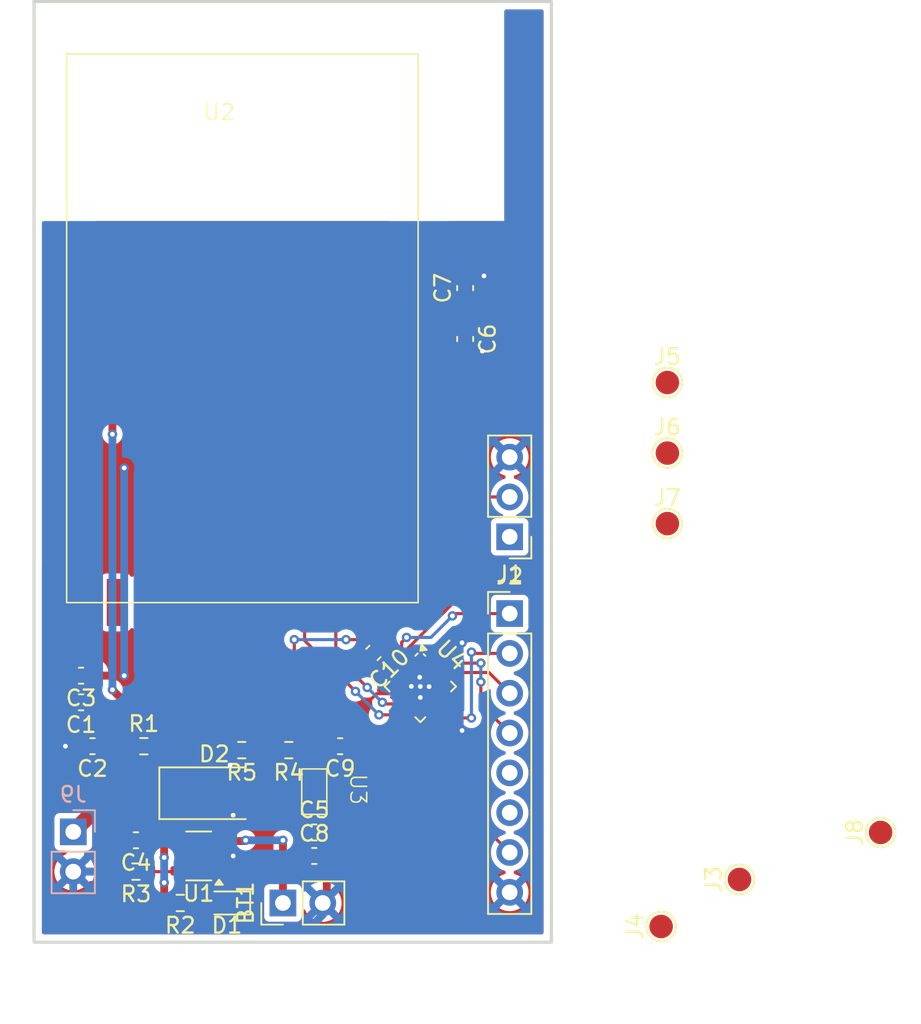
<source format=kicad_pcb>
(kicad_pcb (version 20241229) (generator "pcbnew") (generator_version "9.0")
  (layers (0 "F.Cu" signal) (2 "B.Cu" signal) (13 "F.Paste" user) (15 "B.Paste" user) (5 "F.SilkS" user "F.Silkscreen") (7 "B.SilkS" user "B.Silkscreen") (1 "F.Mask" user) (3 "B.Mask" user) (25 "Edge.Cuts" user))
  (net 0 "")
  (net 1 "GND")
  (net 2 "V_Batt")
  (net 3 "VDD_3V3")
  (net 4 "Net-(U2-HW_RST_N)")
  (net 5 "5V")
  (net 6 "Net-(U2-VA18)")
  (net 7 "Net-(U2-VDD12)")
  (net 8 "Net-(U4-PA2)")
  (net 9 "Net-(D1-A)")
  (net 10 "Net-(D1-K)")
  (net 11 "SWIO")
  (net 12 "nRST")
  (net 13 "FSR2_ADC")
  (net 14 "FSR3_ADC")
  (net 15 "FSR7_ADC")
  (net 16 "FSR1_ADC")
  (net 17 "FSR5_ADC")
  (net 18 "FSR4_ADC")
  (net 19 "FSR6_ADC")
  (net 20 "Spare_1")
  (net 21 "Spare_2")
  (net 22 "Spare_3")
  (net 23 "Spare_4")
  (net 24 "Spare_5")
  (net 25 "Spare_6")
  (net 26 "Net-(U1-PROG)")
  (net 27 "UART_TX")
  (net 34 "UART_RX")
  (footprint "TestPoint:TestPoint_Pad_D1.5mm" (layer "F.Cu") (at 195 126 90)
    (property "Reference" "J3" (at 0 -1.648 90) (layer "F.SilkS"))
    (property "Value" "Conn_01x01_Pin")
    (fp_circle (center 0 0) (end 0 0.95) (stroke (width 0.12)) (fill no) (layer "F.SilkS"))
    (pad "1" smd circle (at 0 0 90) (size 1.5 1.5) (layers "F.Cu" "F.Mask") (net 20 "Spare_1"))
  )
  (footprint "Capacitor_SMD:C_0603_1608Metric" (layer "F.Cu") (at 153 113 180)
    (property "Reference" "C3" (at 0 -1.43 0) (layer "F.SilkS"))
    (property "Value" "1uF")
    (fp_line (start -0.14058 0.51) (end 0.14058 0.51) (stroke (width 0.12)) (layer "F.SilkS"))
    (fp_line (start -0.14058 -0.51) (end 0.14058 -0.51) (stroke (width 0.12)) (layer "F.SilkS"))
    (pad "1" smd roundrect (at -0.775 0 180) (size 0.9 0.95) (layers "F.Cu" "F.Mask" "F.Paste") (net 3 "VDD_3V3"))
    (pad "2" smd roundrect (at 0.775 0 180) (size 0.9 0.95) (layers "F.Cu" "F.Mask" "F.Paste") (net 1 "GND"))
  )
  (footprint "TestPoint:TestPoint_Pad_D1.5mm" (layer "F.Cu") (at 204 123 90)
    (property "Reference" "J8" (at 0 -1.648 90) (layer "F.SilkS"))
    (property "Value" "Conn_01x01_Pin")
    (fp_circle (center 0 0) (end 0 0.95) (stroke (width 0.12)) (fill no) (layer "F.SilkS"))
    (pad "1" smd circle (at 0 0 90) (size 1.5 1.5) (layers "F.Cu" "F.Mask") (net 25 "Spare_6"))
  )
  (footprint "Capacitor_SMD:C_0603_1608Metric" (layer "F.Cu") (at 169.525 117.5 180)
    (property "Reference" "C9" (at 0 -1.43 0) (layer "F.SilkS"))
    (property "Value" "1.0uF")
    (fp_line (start -0.14058 0.51) (end 0.14058 0.51) (stroke (width 0.12)) (layer "F.SilkS"))
    (fp_line (start -0.14058 -0.51) (end 0.14058 -0.51) (stroke (width 0.12)) (layer "F.SilkS"))
    (pad "1" smd roundrect (at -0.775 0 180) (size 0.9 0.95) (layers "F.Cu" "F.Mask" "F.Paste") (net 3 "VDD_3V3"))
    (pad "2" smd roundrect (at 0.775 0 180) (size 0.9 0.95) (layers "F.Cu" "F.Mask" "F.Paste") (net 1 "GND"))
  )
  (footprint "Capacitor_SMD:C_0603_1608Metric" (layer "F.Cu") (at 153 114.7 180)
    (property "Reference" "C1" (at 0 -1.43 0) (layer "F.SilkS"))
    (property "Value" "100nF")
    (fp_line (start -0.14058 0.51) (end 0.14058 0.51) (stroke (width 0.12)) (layer "F.SilkS"))
    (fp_line (start -0.14058 -0.51) (end 0.14058 -0.51) (stroke (width 0.12)) (layer "F.SilkS"))
    (pad "1" smd roundrect (at -0.775 0 180) (size 0.9 0.95) (layers "F.Cu" "F.Mask" "F.Paste") (net 3 "VDD_3V3"))
    (pad "2" smd roundrect (at 0.775 0 180) (size 0.9 0.95) (layers "F.Cu" "F.Mask" "F.Paste") (net 1 "GND"))
  )
  (footprint "Resistor_SMD:R_0603_1608Metric" (layer "F.Cu") (at 159.325 127.5 180)
    (property "Reference" "R2" (at 0 -1.43 0) (layer "F.SilkS"))
    (property "Value" "470")
    (fp_line (start -0.237258 0.5225) (end 0.237258 0.5225) (stroke (width 0.12)) (layer "F.SilkS"))
    (fp_line (start -0.237258 -0.5225) (end 0.237258 -0.5225) (stroke (width 0.12)) (layer "F.SilkS"))
    (pad "1" smd roundrect (at -0.825 0 180) (size 0.8 0.95) (layers "F.Cu" "F.Mask" "F.Paste") (net 9 "Net-(D1-A)"))
    (pad "2" smd roundrect (at 0.825 0 180) (size 0.8 0.95) (layers "F.Cu" "F.Mask" "F.Paste") (net 5 "5V"))
  )
  (footprint "Resistor_SMD:R_0603_1608Metric" (layer "F.Cu") (at 157 117.5)
    (property "Reference" "R1" (at 0 -1.43 0) (layer "F.SilkS"))
    (property "Value" "10k")
    (fp_line (start -0.237258 -0.5225) (end 0.237258 -0.5225) (stroke (width 0.12)) (layer "F.SilkS"))
    (fp_line (start -0.237258 0.5225) (end 0.237258 0.5225) (stroke (width 0.12)) (layer "F.SilkS"))
    (pad "1" smd roundrect (at -0.825 0) (size 0.8 0.95) (layers "F.Cu" "F.Mask" "F.Paste") (net 4 "Net-(U2-HW_RST_N)"))
    (pad "2" smd roundrect (at 0.825 0) (size 0.8 0.95) (layers "F.Cu" "F.Mask" "F.Paste") (net 3 "VDD_3V3"))
  )
  (footprint "Capacitor_SMD:C_0603_1608Metric" (layer "F.Cu") (at 171.648008 111.551992 -135)
    (property "Reference" "C10" (at 0 -1.43 45) (layer "F.SilkS"))
    (property "Value" "0.1uF")
    (fp_line (start -0.140581 0.51) (end 0.140581 0.51) (stroke (width 0.12)) (layer "F.SilkS"))
    (fp_line (start -0.140581 -0.51) (end 0.140581 -0.51) (stroke (width 0.12)) (layer "F.SilkS"))
    (pad "1" smd roundrect (at -0.775 0 225) (size 0.9 0.95) (layers "F.Cu" "F.Mask" "F.Paste") (net 8 "Net-(U4-PA2)"))
    (pad "2" smd roundrect (at 0.775 0 225) (size 0.9 0.95) (layers "F.Cu" "F.Mask" "F.Paste") (net 1 "GND"))
  )
  (footprint "TestPoint:TestPoint_Pad_D1.5mm" (layer "F.Cu") (at 190.4 98.8)
    (property "Reference" "J6" (at 0 -1.648 0) (layer "F.SilkS"))
    (property "Value" "Conn_01x01_Pin")
    (fp_circle (center 0 0) (end 0 0.95) (stroke (width 0.12)) (fill no) (layer "F.SilkS"))
    (pad "1" smd circle (at 0 0) (size 1.5 1.5) (layers "F.Cu" "F.Mask") (net 23 "Spare_4"))
  )
  (footprint "Resistor_SMD:R_0603_1608Metric" (layer "F.Cu") (at 163.25 117.75 180)
    (property "Reference" "R5" (at 0 -1.43 0) (layer "F.SilkS"))
    (property "Value" "100k")
    (fp_line (start -0.237258 0.5225) (end 0.237258 0.5225) (stroke (width 0.12)) (layer "F.SilkS"))
    (fp_line (start -0.237258 -0.5225) (end 0.237258 -0.5225) (stroke (width 0.12)) (layer "F.SilkS"))
    (pad "1" smd roundrect (at -0.825 0 180) (size 0.8 0.95) (layers "F.Cu" "F.Mask" "F.Paste") (net 8 "Net-(U4-PA2)"))
    (pad "2" smd roundrect (at 0.825 0 180) (size 0.8 0.95) (layers "F.Cu" "F.Mask" "F.Paste") (net 1 "GND"))
  )
  (footprint "Capacitor_SMD:C_0603_1608Metric" (layer "F.Cu") (at 153.725 117.5 180)
    (property "Reference" "C2" (at 0 -1.43 0) (layer "F.SilkS"))
    (property "Value" "100nF")
    (fp_line (start -0.14058 0.51) (end 0.14058 0.51) (stroke (width 0.12)) (layer "F.SilkS"))
    (fp_line (start -0.14058 -0.51) (end 0.14058 -0.51) (stroke (width 0.12)) (layer "F.SilkS"))
    (pad "1" smd roundrect (at -0.775 0 180) (size 0.9 0.95) (layers "F.Cu" "F.Mask" "F.Paste") (net 4 "Net-(U2-HW_RST_N)"))
    (pad "2" smd roundrect (at 0.775 0 180) (size 0.9 0.95) (layers "F.Cu" "F.Mask" "F.Paste") (net 1 "GND"))
  )
  (footprint "Connector_PinHeader_2.54mm:PinHeader_1x02_P2.54mm_Vertical" (layer "F.Cu") (at 165.875 127.5 90)
    (property "Reference" "BT1" (at 0 -2.38 90) (layer "F.SilkS"))
    (property "Value" "Battery_Cell")
    (fp_line (start -1.38 -1.38) (end 0 -1.38) (stroke (width 0.12)) (layer "F.SilkS"))
    (fp_line (start -1.38 0) (end -1.38 -1.38) (stroke (width 0.12)) (layer "F.SilkS"))
    (fp_line (start 1.38 1.27) (end 1.38 3.92) (stroke (width 0.12)) (layer "F.SilkS"))
    (fp_line (start -1.38 1.27) (end 1.38 1.27) (stroke (width 0.12)) (layer "F.SilkS"))
    (fp_line (start -1.38 1.27) (end -1.38 3.92) (stroke (width 0.12)) (layer "F.SilkS"))
    (fp_line (start -1.38 3.92) (end 1.38 3.92) (stroke (width 0.12)) (layer "F.SilkS"))
    (pad "1" thru_hole rect (at 0 0 90) (size 1.7 1.7) (drill 1) (layers "*.Cu" "*.Mask") (net 2 "V_Batt"))
    (pad "2" thru_hole circle (at 0 2.54 90) (size 1.7 1.7) (drill 1) (layers "*.Cu" "*.Mask") (net 1 "GND"))
  )
  (footprint "TestPoint:TestPoint_Pad_D1.5mm" (layer "F.Cu") (at 190 129 90)
    (property "Reference" "J4" (at 0 -1.648 90) (layer "F.SilkS"))
    (property "Value" "Conn_01x01_Pin")
    (fp_circle (center 0 0) (end 0 0.95) (stroke (width 0.12)) (fill no) (layer "F.SilkS"))
    (pad "1" smd circle (at 0 0 90) (size 1.5 1.5) (layers "F.Cu" "F.Mask") (net 21 "Spare_2"))
  )
  (footprint "Connector_PinHeader_2.54mm:PinHeader_1x08_P2.54mm_Vertical" (layer "F.Cu") (at 180.34 109.04)
    (property "Reference" "J2" (at 0 -2.38 0) (layer "F.SilkS"))
    (property "Value" "Conn_01x08_Pin")
    (fp_line (start -1.38 -1.38) (end 0 -1.38) (stroke (width 0.12)) (layer "F.SilkS"))
    (fp_line (start -1.38 0) (end -1.38 -1.38) (stroke (width 0.12)) (layer "F.SilkS"))
    (fp_line (start -1.38 1.27) (end -1.38 19.16) (stroke (width 0.12)) (layer "F.SilkS"))
    (fp_line (start -1.38 1.27) (end 1.38 1.27) (stroke (width 0.12)) (layer "F.SilkS"))
    (fp_line (start -1.38 19.16) (end 1.38 19.16) (stroke (width 0.12)) (layer "F.SilkS"))
    (fp_line (start 1.38 1.27) (end 1.38 19.16) (stroke (width 0.12)) (layer "F.SilkS"))
    (pad "1" thru_hole rect (at 0 0) (size 1.7 1.7) (drill 1) (layers "*.Cu" "*.Mask") (net 16 "FSR1_ADC"))
    (pad "2" thru_hole circle (at 0 2.54) (size 1.7 1.7) (drill 1) (layers "*.Cu" "*.Mask") (net 13 "FSR2_ADC"))
    (pad "3" thru_hole circle (at 0 5.08) (size 1.7 1.7) (drill 1) (layers "*.Cu" "*.Mask") (net 14 "FSR3_ADC"))
    (pad "4" thru_hole circle (at 0 7.62) (size 1.7 1.7) (drill 1) (layers "*.Cu" "*.Mask") (net 18 "FSR4_ADC"))
    (pad "5" thru_hole circle (at 0 10.16) (size 1.7 1.7) (drill 1) (layers "*.Cu" "*.Mask") (net 17 "FSR5_ADC"))
    (pad "6" thru_hole circle (at 0 12.7) (size 1.7 1.7) (drill 1) (layers "*.Cu" "*.Mask") (net 19 "FSR6_ADC"))
    (pad "7" thru_hole circle (at 0 15.24) (size 1.7 1.7) (drill 1) (layers "*.Cu" "*.Mask") (net 15 "FSR7_ADC"))
    (pad "8" thru_hole circle (at 0 17.78) (size 1.7 1.7) (drill 1) (layers "*.Cu" "*.Mask") (net 1 "GND"))
  )
  (footprint "Package_DFN_QFN:QFN-20-1EP_3x3mm_P0.4mm_EP1.65x1.65mm" (layer "F.Cu") (at 174.640381 113.69099 -45)
    (property "Reference" "U4" (at 0 -2.83 135) (layer "F.SilkS"))
    (property "Value" "CH32V003FxUx")
    (fp_line (start -1.61 1.61) (end -1.61 1.16) (stroke (width 0.12)) (layer "F.SilkS"))
    (fp_line (start -1.16 1.61) (end -1.61 1.61) (stroke (width 0.12)) (layer "F.SilkS"))
    (fp_line (start -1.61 -1.16) (end -1.61 -1.37) (stroke (width 0.12)) (layer "F.SilkS"))
    (fp_line (start 1.16 1.61) (end 1.61 1.61) (stroke (width 0.12)) (layer "F.SilkS"))
    (fp_line (start 1.61 1.61) (end 1.61 1.16) (stroke (width 0.12)) (layer "F.SilkS"))
    (fp_line (start -1.16 -1.61) (end -1.31 -1.61) (stroke (width 0.12)) (layer "F.SilkS"))
    (fp_line (start 1.16 -1.61) (end 1.61 -1.61) (stroke (width 0.12)) (layer "F.SilkS"))
    (fp_line (start 1.61 -1.61) (end 1.61 -1.16) (stroke (width 0.12)) (layer "F.SilkS"))
    (fp_poly (pts (xy -1.61 -1.61) (xy -1.85 -1.94) (xy -1.37 -1.94)) (stroke (width 0.12)) (fill yes) (layer "F.SilkS"))
    (pad "1" smd roundrect (at -1.45 -0.8 315) (size 0.85 0.2) (layers "F.Cu" "F.Mask" "F.Paste") (net 12 "nRST"))
    (pad "2" smd roundrect (at -1.45 -0.4 315) (size 0.85 0.2) (layers "F.Cu" "F.Mask" "F.Paste") (net 16 "FSR1_ADC"))
    (pad "3" smd roundrect (at -1.45 0 315) (size 0.85 0.2) (layers "F.Cu" "F.Mask" "F.Paste") (net 8 "Net-(U4-PA2)"))
    (pad "4" smd roundrect (at -1.45 0.4 315) (size 0.85 0.2) (layers "F.Cu" "F.Mask" "F.Paste") (net 1 "GND"))
    (pad "5" smd roundrect (at -1.45 0.8 315) (size 0.85 0.2) (layers "F.Cu" "F.Mask" "F.Paste") (net 25 "Spare_6"))
    (pad "6" smd roundrect (at -0.8 1.45 315) (size 0.2 0.85) (layers "F.Cu" "F.Mask" "F.Paste") (net 3 "VDD_3V3"))
    (pad "7" smd roundrect (at -0.4 1.45 315) (size 0.2 0.85) (layers "F.Cu" "F.Mask" "F.Paste") (net 27 "UART_TX"))
    (pad "8" smd roundrect (at 0 1.45 315) (size 0.2 0.85) (layers "F.Cu" "F.Mask" "F.Paste") (net 34 "UART_RX"))
    (pad "9" smd roundrect (at 0.4 1.45 315) (size 0.2 0.85) (layers "F.Cu" "F.Mask" "F.Paste") (net 20 "Spare_1"))
    (pad "10" smd roundrect (at 0.8 1.45 315) (size 0.2 0.85) (layers "F.Cu" "F.Mask" "F.Paste") (net 21 "Spare_2"))
    (pad "11" smd roundrect (at 1.45 0.8 315) (size 0.85 0.2) (layers "F.Cu" "F.Mask" "F.Paste") (net 13 "FSR2_ADC"))
    (pad "12" smd roundrect (at 1.45 0.4 315) (size 0.85 0.2) (layers "F.Cu" "F.Mask" "F.Paste") (net 22 "Spare_3"))
    (pad "13" smd roundrect (at 1.45 0 315) (size 0.85 0.2) (layers "F.Cu" "F.Mask" "F.Paste") (net 23 "Spare_4"))
    (pad "14" smd roundrect (at 1.45 -0.4 315) (size 0.85 0.2) (layers "F.Cu" "F.Mask" "F.Paste") (net 24 "Spare_5"))
    (pad "15" smd roundrect (at 1.45 -0.8 315) (size 0.85 0.2) (layers "F.Cu" "F.Mask" "F.Paste") (net 11 "SWIO"))
    (pad "16" smd roundrect (at 0.8 -1.45 315) (size 0.2 0.85) (layers "F.Cu" "F.Mask" "F.Paste") (net 14 "FSR3_ADC"))
    (pad "17" smd roundrect (at 0.4 -1.45 315) (size 0.2 0.85) (layers "F.Cu" "F.Mask" "F.Paste") (net 18 "FSR4_ADC"))
    (pad "18" smd roundrect (at 0 -1.45 315) (size 0.2 0.85) (layers "F.Cu" "F.Mask" "F.Paste") (net 15 "FSR7_ADC"))
    (pad "19" smd roundrect (at -0.4 -1.45 315) (size 0.2 0.85) (layers "F.Cu" "F.Mask" "F.Paste") (net 17 "FSR5_ADC"))
    (pad "20" smd roundrect (at -0.8 -1.45 315) (size 0.2 0.85) (layers "F.Cu" "F.Mask" "F.Paste") (net 19 "FSR6_ADC"))
    (pad "21" smd rect (at 0 0 315) (size 1.65 1.65) (property pad_prop_heatsink) (layers "F.Cu" "F.Mask") (net 1 "GND"))
  )
  (footprint "Capacitor_SMD:C_0603_1608Metric" (layer "F.Cu") (at 177.5 91.525 -90)
    (property "Reference" "C6" (at 0 -1.43 90) (layer "F.SilkS"))
    (property "Value" "100nF")
    (fp_line (start -0.14058 0.51) (end 0.14058 0.51) (stroke (width 0.12)) (layer "F.SilkS"))
    (fp_line (start -0.14058 -0.51) (end 0.14058 -0.51) (stroke (width 0.12)) (layer "F.SilkS"))
    (pad "1" smd roundrect (at -0.775 0 270) (size 0.9 0.95) (layers "F.Cu" "F.Mask" "F.Paste") (net 6 "Net-(U2-VA18)"))
    (pad "2" smd roundrect (at 0.775 0 270) (size 0.9 0.95) (layers "F.Cu" "F.Mask" "F.Paste") (net 1 "GND"))
  )
  (footprint "Resistor_SMD:R_0603_1608Metric" (layer "F.Cu") (at 166.25 117.75 180)
    (property "Reference" "R4" (at 0 -1.43 0) (layer "F.SilkS"))
    (property "Value" "100k")
    (fp_line (start -0.237258 0.5225) (end 0.237258 0.5225) (stroke (width 0.12)) (layer "F.SilkS"))
    (fp_line (start -0.237258 -0.5225) (end 0.237258 -0.5225) (stroke (width 0.12)) (layer "F.SilkS"))
    (pad "1" smd roundrect (at -0.825 0 180) (size 0.8 0.95) (layers "F.Cu" "F.Mask" "F.Paste") (net 2 "V_Batt"))
    (pad "2" smd roundrect (at 0.825 0 180) (size 0.8 0.95) (layers "F.Cu" "F.Mask" "F.Paste") (net 8 "Net-(U4-PA2)"))
  )
  (footprint "Diode_SMD:D_SMA" (layer "F.Cu") (at 161.5 120.5)
    (property "Reference" "D2" (at 0 -2.5 0) (layer "F.SilkS"))
    (property "Value" "SMAJ5.0A")
    (fp_line (start -3.51 -1.65) (end -3.51 1.65) (stroke (width 0.12)) (layer "F.SilkS"))
    (fp_line (start -3.51 -1.65) (end 2 -1.65) (stroke (width 0.12)) (layer "F.SilkS"))
    (fp_line (start -3.51 1.65) (end 2 1.65) (stroke (width 0.12)) (layer "F.SilkS"))
    (pad "1" smd roundrect (at -2 0) (size 2.5 1.8) (layers "F.Cu" "F.Mask" "F.Paste") (roundrect_rratio 0.1388888889) (net 5 "5V"))
    (pad "2" smd roundrect (at 2 0) (size 2.5 1.8) (layers "F.Cu" "F.Mask" "F.Paste") (roundrect_rratio 0.1388888889) (net 1 "GND"))
  )
  (footprint "Capacitor_SMD:C_0603_1608Metric" (layer "F.Cu") (at 167.875 123)
    (property "Reference" "C5" (at 0 -1.43 0) (layer "F.SilkS"))
    (property "Value" "1.0uF")
    (fp_line (start -0.14058 -0.51) (end 0.14058 -0.51) (stroke (width 0.12)) (layer "F.SilkS"))
    (fp_line (start -0.14058 0.51) (end 0.14058 0.51) (stroke (width 0.12)) (layer "F.SilkS"))
    (pad "1" smd roundrect (at -0.775 0) (size 0.9 0.95) (layers "F.Cu" "F.Mask" "F.Paste") (net 2 "V_Batt"))
    (pad "2" smd roundrect (at 0.775 0) (size 0.9 0.95) (layers "F.Cu" "F.Mask" "F.Paste") (net 1 "GND"))
  )
  (footprint "Resistor_SMD:R_0603_1608Metric" (layer "F.Cu") (at 156.5 125.5 180)
    (property "Reference" "R3" (at 0 -1.43 0) (layer "F.SilkS"))
    (property "Value" "2k")
    (fp_line (start -0.237258 0.5225) (end 0.237258 0.5225) (stroke (width 0.12)) (layer "F.SilkS"))
    (fp_line (start -0.237258 -0.5225) (end 0.237258 -0.5225) (stroke (width 0.12)) (layer "F.SilkS"))
    (pad "1" smd roundrect (at -0.825 0 180) (size 0.8 0.95) (layers "F.Cu" "F.Mask" "F.Paste") (net 26 "Net-(U1-PROG)"))
    (pad "2" smd roundrect (at 0.825 0 180) (size 0.8 0.95) (layers "F.Cu" "F.Mask" "F.Paste") (net 1 "GND"))
  )
  (footprint "Capacitor_SMD:C_0603_1608Metric" (layer "F.Cu") (at 156.5 123.5 180)
    (property "Reference" "C4" (at 0 -1.43 0) (layer "F.SilkS"))
    (property "Value" "4.7uF")
    (fp_line (start -0.14058 0.51) (end 0.14058 0.51) (stroke (width 0.12)) (layer "F.SilkS"))
    (fp_line (start -0.14058 -0.51) (end 0.14058 -0.51) (stroke (width 0.12)) (layer "F.SilkS"))
    (pad "1" smd roundrect (at -0.775 0 180) (size 0.9 0.95) (layers "F.Cu" "F.Mask" "F.Paste") (net 5 "5V"))
    (pad "2" smd roundrect (at 0.775 0 180) (size 0.9 0.95) (layers "F.Cu" "F.Mask" "F.Paste") (net 1 "GND"))
  )
  (footprint "LED_SMD:LED_0603_1608Metric" (layer "F.Cu") (at 162.3 127.5 180)
    (property "Reference" "D1" (at 0 -1.43 0) (layer "F.SilkS"))
    (property "Value" "LED")
    (fp_line (start 0.8 -0.735) (end -1.485 -0.735) (stroke (width 0.12)) (layer "F.SilkS"))
    (fp_line (start -1.485 0.735) (end 0.8 0.735) (stroke (width 0.12)) (layer "F.SilkS"))
    (fp_line (start -1.485 -0.735) (end -1.485 0.735) (stroke (width 0.12)) (layer "F.SilkS"))
    (pad "1" smd roundrect (at -0.7875 0 180) (size 0.875 0.95) (layers "F.Cu" "F.Mask" "F.Paste") (net 10 "Net-(D1-K)"))
    (pad "2" smd roundrect (at 0.7875 0 180) (size 0.875 0.95) (layers "F.Cu" "F.Mask" "F.Paste") (net 9 "Net-(D1-A)"))
  )
  (footprint "TestPoint:TestPoint_Pad_D1.5mm" (layer "F.Cu") (at 190.4 103.3)
    (property "Reference" "J7" (at 0 -1.648 0) (layer "F.SilkS"))
    (property "Value" "Conn_01x01_Pin")
    (fp_circle (center 0 0) (end 0 0.95) (stroke (width 0.12)) (fill no) (layer "F.SilkS"))
    (pad "1" smd circle (at 0 0) (size 1.5 1.5) (layers "F.Cu" "F.Mask") (net 24 "Spare_5"))
  )
  (footprint "Capacitor_SMD:C_0603_1608Metric" (layer "F.Cu") (at 167.875 124.5)
    (property "Reference" "C8" (at 0 -1.43 0) (layer "F.SilkS"))
    (property "Value" "0.1uF")
    (fp_line (start -0.14058 -0.51) (end 0.14058 -0.51) (stroke (width 0.12)) (layer "F.SilkS"))
    (fp_line (start -0.14058 0.51) (end 0.14058 0.51) (stroke (width 0.12)) (layer "F.SilkS"))
    (pad "1" smd roundrect (at -0.775 0) (size 0.9 0.95) (layers "F.Cu" "F.Mask" "F.Paste") (net 2 "V_Batt"))
    (pad "2" smd roundrect (at 0.775 0) (size 0.9 0.95) (layers "F.Cu" "F.Mask" "F.Paste") (net 1 "GND"))
  )
  (footprint "TestPoint:TestPoint_Pad_D1.5mm" (layer "F.Cu") (at 190.4 94.3)
    (property "Reference" "J5" (at 0 -1.648 0) (layer "F.SilkS"))
    (property "Value" "Conn_01x01_Pin")
    (fp_circle (center 0 0) (end 0 0.95) (stroke (width 0.12)) (fill no) (layer "F.SilkS"))
    (pad "1" smd circle (at 0 0) (size 1.5 1.5) (layers "F.Cu" "F.Mask") (net 22 "Spare_3"))
  )
  (footprint "Capacitor_SMD:C_0603_1608Metric" (layer "F.Cu") (at 177.5 88.275 90)
    (property "Reference" "C7" (at 0 -1.43 90) (layer "F.SilkS"))
    (property "Value" "1uF")
    (fp_line (start -0.14058 -0.51) (end 0.14058 -0.51) (stroke (width 0.12)) (layer "F.SilkS"))
    (fp_line (start -0.14058 0.51) (end 0.14058 0.51) (stroke (width 0.12)) (layer "F.SilkS"))
    (pad "1" smd roundrect (at -0.775 0 90) (size 0.9 0.95) (layers "F.Cu" "F.Mask" "F.Paste") (net 7 "Net-(U2-VDD12)"))
    (pad "2" smd roundrect (at 0.775 0 90) (size 0.9 0.95) (layers "F.Cu" "F.Mask" "F.Paste") (net 1 "GND"))
  )
  (footprint "Connector_PinHeader_2.54mm:PinHeader_1x03_P2.54mm_Vertical" (layer "F.Cu") (at 180.34 104.14 180)
    (property "Reference" "J1" (at 0 -2.38 0) (layer "F.SilkS"))
    (property "Value" "Conn_01x03_Pin")
    (fp_line (start 1.38 1.27) (end 1.38 6.46) (stroke (width 0.12)) (layer "F.SilkS"))
    (fp_line (start -1.38 6.46) (end 1.38 6.46) (stroke (width 0.12)) (layer "F.SilkS"))
    (fp_line (start -1.38 1.27) (end 1.38 1.27) (stroke (width 0.12)) (layer "F.SilkS"))
    (fp_line (start -1.38 1.27) (end -1.38 6.46) (stroke (width 0.12)) (layer "F.SilkS"))
    (fp_line (start -1.38 0) (end -1.38 -1.38) (stroke (width 0.12)) (layer "F.SilkS"))
    (fp_line (start -1.38 -1.38) (end 0 -1.38) (stroke (width 0.12)) (layer "F.SilkS"))
    (pad "1" thru_hole rect (at 0 0 180) (size 1.7 1.7) (drill 1) (layers "*.Cu" "*.Mask") (net 11 "SWIO"))
    (pad "2" thru_hole circle (at 0 2.54 180) (size 1.7 1.7) (drill 1) (layers "*.Cu" "*.Mask") (net 12 "nRST"))
    (pad "3" thru_hole circle (at 0 5.08 180) (size 1.7 1.7) (drill 1) (layers "*.Cu" "*.Mask") (net 1 "GND"))
  )
  (footprint "Package_TO_SOT_SMD:SOT-23-5" (layer "F.Cu") (at 160.5 124.5 180)
    (property "Reference" "U1" (at 0 -2.4 0) (layer "F.SilkS"))
    (property "Value" "MCP73831-2-OT")
    (fp_line (start 0 1.56) (end 0.8 1.56) (stroke (width 0.12)) (layer "F.SilkS"))
    (fp_line (start 0 1.56) (end -0.8 1.56) (stroke (width 0.12)) (layer "F.SilkS"))
    (fp_line (start 0 -1.56) (end 0.8 -1.56) (stroke (width 0.12)) (layer "F.SilkS"))
    (fp_line (start 0 -1.56) (end -0.8 -1.56) (stroke (width 0.12)) (layer "F.SilkS"))
    (fp_poly (pts (xy -1.3 -1.51) (xy -1.54 -1.84) (xy -1.06 -1.84)) (stroke (width 0.12)) (fill yes) (layer "F.SilkS"))
    (pad "1" smd roundrect (at -1.1375 -0.95 180) (size 1.325 0.6) (layers "F.Cu" "F.Mask" "F.Paste") (net 10 "Net-(D1-K)"))
    (pad "2" smd roundrect (at -1.1375 0 180) (size 1.325 0.6) (layers "F.Cu" "F.Mask" "F.Paste") (net 1 "GND"))
    (pad "3" smd roundrect (at -1.1375 0.95 180) (size 1.325 0.6) (layers "F.Cu" "F.Mask" "F.Paste") (net 2 "V_Batt"))
    (pad "4" smd roundrect (at 1.1375 0.95 180) (size 1.325 0.6) (layers "F.Cu" "F.Mask" "F.Paste") (net 5 "5V"))
    (pad "5" smd roundrect (at 1.1375 -0.95 180) (size 1.325 0.6) (layers "F.Cu" "F.Mask" "F.Paste") (net 26 "Net-(U1-PROG)"))
  )
  (footprint "Power_regulator:XC6206P332MR" (layer "F.Cu") (at 168.675 121.85 90)
    (property "Reference" "U3" (at 1.6 2 270) (layer "F.SilkS") (effects (font (thickness 0.1))))
    (property "Value" "~")
    (fp_rect (start 0 -1.6) (end 2.9 0) (stroke (width 0.1)) (fill no) (layer "F.SilkS"))
    (pad "1" smd roundrect (at 0.55 0 90) (size 1 0.8) (layers "F.Cu" "F.Mask" "F.Paste") (net 1 "GND"))
    (pad "2" smd roundrect (at 2.35 0 90) (size 1 0.8) (layers "F.Cu" "F.Mask" "F.Paste") (net 3 "VDD_3V3"))
    (pad "3" smd roundrect (at 1.45 -1.6 90) (size 1 0.8) (layers "F.Cu" "F.Mask" "F.Paste") (net 2 "V_Batt"))
  )
  (footprint "BLE:USE_8762E" (layer "F.Cu") (at 149.89 108.35)
    (property "Reference" "U2" (at 11.93 -31.29 0) (layer "F.SilkS") (effects (font (thickness 0.1))))
    (property "Value" "~")
    (fp_rect (start 2.19 -35.01) (end 24.61 -0.01) (stroke (width 0.1)) (fill no) (layer "F.SilkS"))
    (pad "1" smd rect (at 2.2 -23.34) (size 3 1.2) (layers "F.Cu" "F.Mask" "F.Paste") (net 4 "Net-(U2-HW_RST_N)"))
    (pad "2" smd rect (at 2.2 -21.36) (size 3 1.2) (layers "F.Cu" "F.Mask" "F.Paste"))
    (pad "3" smd rect (at 2.2 -19.35) (size 3 1.2) (layers "F.Cu" "F.Mask" "F.Paste"))
    (pad "4" smd rect (at 2.2 -17.36) (size 3 1.2) (layers "F.Cu" "F.Mask" "F.Paste"))
    (pad "5" smd rect (at 2.2 -15.34) (size 3 1.2) (layers "F.Cu" "F.Mask" "F.Paste"))
    (pad "6" smd rect (at 2.2 -13.34) (size 3 1.2) (layers "F.Cu" "F.Mask" "F.Paste"))
    (pad "7" smd rect (at 2.2 -11.35) (size 3 1.2) (layers "F.Cu" "F.Mask" "F.Paste"))
    (pad "8" smd rect (at 2.2 -9.34) (size 3 1.2) (layers "F.Cu" "F.Mask" "F.Paste") (net 3 "VDD_3V3"))
    (pad "9" smd rect (at 2.2 -7.35) (size 3 1.2) (layers "F.Cu" "F.Mask" "F.Paste"))
    (pad "10" smd rect (at 2.2 -5.33) (size 3 1.2) (layers "F.Cu" "F.Mask" "F.Paste"))
    (pad "11" smd rect (at 2.2 -3.33) (size 3 1.2) (layers "F.Cu" "F.Mask" "F.Paste"))
    (pad "12" smd rect (at 3.37 -0.02 90) (size 3 1.2) (layers "F.Cu" "F.Mask" "F.Paste"))
    (pad "13" smd rect (at 5.35 -0.02 90) (size 3 1.2) (layers "F.Cu" "F.Mask" "F.Paste"))
    (pad "14" smd rect (at 7.36 -0.02 90) (size 3 1.2) (layers "F.Cu" "F.Mask" "F.Paste"))
    (pad "15" smd rect (at 9.35 -0.02 90) (size 3 1.2) (layers "F.Cu" "F.Mask" "F.Paste"))
    (pad "16" smd rect (at 11.37 -0.02 90) (size 3 1.2) (layers "F.Cu" "F.Mask" "F.Paste"))
    (pad "17" smd rect (at 13.37 -0.02 90) (size 3 1.2) (layers "F.Cu" "F.Mask" "F.Paste"))
    (pad "18" smd rect (at 15.36 -0.02 90) (size 3 1.2) (layers "F.Cu" "F.Mask" "F.Paste"))
    (pad "19" smd rect (at 17.37 -0.02 90) (size 3 1.2) (layers "F.Cu" "F.Mask" "F.Paste") (net 34 "UART_RX"))
    (pad "20" smd rect (at 19.36 -0.02 90) (size 3 1.2) (layers "F.Cu" "F.Mask" "F.Paste") (net 27 "UART_TX"))
    (pad "21" smd rect (at 21.38 -0.02 90) (size 3 1.2) (layers "F.Cu" "F.Mask" "F.Paste"))
    (pad "22" smd rect (at 23.38 -0.02 90) (size 3 1.2) (layers "F.Cu" "F.Mask" "F.Paste"))
    (pad "23" smd rect (at 24.61 -3.34 180) (size 3 1.2) (layers "F.Cu" "F.Mask" "F.Paste"))
    (pad "24" smd rect (at 24.61 -5.32 180) (size 3 1.2) (layers "F.Cu" "F.Mask" "F.Paste"))
    (pad "25" smd rect (at 24.61 -7.33 180) (size 3 1.2) (layers "F.Cu" "F.Mask" "F.Paste"))
    (pad "26" smd rect (at 24.61 -9.32 180) (size 3 1.2) (layers "F.Cu" "F.Mask" "F.Paste"))
    (pad "27" smd rect (at 24.61 -11.34 180) (size 3 1.2) (layers "F.Cu" "F.Mask" "F.Paste"))
    (pad "28" smd rect (at 24.61 -13.34 180) (size 3 1.2) (layers "F.Cu" "F.Mask" "F.Paste"))
    (pad "29" smd rect (at 24.61 -15.33 180) (size 3 1.2) (layers "F.Cu" "F.Mask" "F.Paste"))
    (pad "30" smd rect (at 24.61 -17.34 180) (size 3 1.2) (layers "F.Cu" "F.Mask" "F.Paste") (net 6 "Net-(U2-VA18)"))
    (pad "31" smd rect (at 24.61 -19.33 180) (size 3 1.2) (layers "F.Cu" "F.Mask" "F.Paste") (net 7 "Net-(U2-VDD12)"))
    (pad "32" smd rect (at 24.61 -21.35 180) (size 3 1.2) (layers "F.Cu" "F.Mask" "F.Paste") (net 1 "GND"))
    (pad "33" smd rect (at 24.61 -23.35 180) (size 3 1.2) (layers "F.Cu" "F.Mask" "F.Paste") (net 1 "GND"))
  )
  (footprint "Connector_PinHeader_2.54mm:PinHeader_1x02_P2.54mm_Vertical" (layer "B.Cu") (at 152.5 122.96 180)
    (property "Reference" "J9" (at 0 2.38 0) (layer "B.SilkS") (effects (justify mirror)))
    (property "Value" "Conn_01x02")
    (fp_line (start 1.38 -1.27) (end 1.38 -3.92) (stroke (width 0.12)) (layer "B.SilkS"))
    (fp_line (start -1.38 1.38) (end 0 1.38) (stroke (width 0.12)) (layer "B.SilkS"))
    (fp_line (start -1.38 0) (end -1.38 1.38) (stroke (width 0.12)) (layer "B.SilkS"))
    (fp_line (start -1.38 -1.27) (end 1.38 -1.27) (stroke (width 0.12)) (layer "B.SilkS"))
    (fp_line (start -1.38 -1.27) (end -1.38 -3.92) (stroke (width 0.12)) (layer "B.SilkS"))
    (fp_line (start -1.38 -3.92) (end 1.38 -3.92) (stroke (width 0.12)) (layer "B.SilkS"))
    (pad "1" thru_hole rect (at 0 0 180) (size 1.7 1.7) (drill 1) (layers "*.Cu" "*.Mask") (net 5 "5V"))
    (pad "2" thru_hole circle (at 0 -2.54 180) (size 1.7 1.7) (drill 1) (layers "*.Cu" "*.Mask") (net 1 "GND"))
  )
  (gr_rect (start 150 70) (end 183 130) (stroke (width 0.2)) (fill no) (layer "Edge.Cuts"))
  (segment (start 162.7 121.3) (end 163.5 120.5) (width 0.5) (layer "F.Cu") (net 1))
  (segment (start 152.95 117.5) (end 152 117.5) (width 0.5) (layer "F.Cu") (net 1))
  (segment (start 174.640381 113.69099) (end 174.074696 113.69099) (width 0.2) (layer "F.Cu") (net 1))
  (segment (start 175.19099 113.69099) (end 175.2 113.7) (width 0.2) (layer "F.Cu") (net 1))
  (segment (start 173.332233 112.948528) (end 172.483705 112.1) (width 0.2) (layer "F.Cu") (net 1))
  (segment (start 174.640381 113.140381) (end 174.6 113.1) (width 0.2) (layer "F.Cu") (net 1))
  (segment (start 177.5 87.5) (end 175 87.5) (width 0.5) (layer "F.Cu") (net 1))
  (segment (start 162.425 118.625) (end 162.5 118.7) (width 0.5) (layer "F.Cu") (net 1))
  (segment (start 174.640381 113.69099) (end 174.640381 114.390411) (width 0.2) (layer "F.Cu") (net 1))
  (segment (start 174.640381 113.69099) (end 175.19099 113.69099) (width 0.2) (layer "F.Cu") (net 1))
  (segment (start 152.225 114.7) (end 152.225 117.275) (width 0.5) (layer "F.Cu") (net 1))
  (segment (start 173.332233 112.948528) (end 174.066853 113.683147) (width 0.2) (layer "F.Cu") (net 1))
  (segment (start 174.5 87) (end 174.5 85) (width 0.5) (layer "F.Cu") (net 1))
  (segment (start 175 87.5) (end 174.5 87) (width 0.5) (layer "F.Cu") (net 1))
  (segment (start 152.225 113) (end 152.225 114.7) (width 0.5) (layer "F.Cu") (net 1))
  (segment (start 172.483705 112.1) (end 171.503984 112.1) (width 0.2) (layer "F.Cu") (net 1))
  (segment (start 162.5 119.5) (end 163.5 120.5) (width 0.5) (layer "F.Cu") (net 1))
  (segment (start 174.640381 113.69099) (end 174.640381 113.140381) (width 0.2) (layer "F.Cu") (net 1))
  (segment (start 168.675 121.3) (end 168.675 127.24) (width 0.5) (layer "F.Cu") (net 1))
  (segment (start 155.675 125.5) (end 152.5 125.5) (width 0.5) (layer "F.Cu") (net 1))
  (segment (start 162.7 121.9) (end 162.7 121.3) (width 0.5) (layer "F.Cu") (net 1))
  (segment (start 168.675 127.24) (end 168.415 127.5) (width 0.5) (layer "F.Cu") (net 1))
  (segment (start 155.725 125.45) (end 155.675 125.5) (width 0.5) (layer "F.Cu") (net 1))
  (segment (start 161.6375 124.5) (end 162.7 124.5) (width 0.5) (layer "F.Cu") (net 1))
  (segment (start 171.503984 112.1) (end 171.201992 111.798008) (width 0.2) (layer "F.Cu") (net 1))
  (segment (start 174.640381 114.390411) (end 174.6398 114.390992) (width 0.2) (layer "F.Cu") (net 1))
  (segment (start 162.5 118.7) (end 162.5 119.5) (width 0.5) (layer "F.Cu") (net 1))
  (segment (start 174.074696 113.69099) (end 174.066853 113.683147) (width 0.2) (layer "F.Cu") (net 1))
  (segment (start 177.5 87.5) (end 178.7 87.5) (width 0.5) (layer "F.Cu") (net 1))
  (segment (start 177.5 92.3) (end 178.6 92.3) (width 0.5) (layer "F.Cu") (net 1))
  (segment (start 152.225 117.275) (end 152 117.5) (width 0.5) (layer "F.Cu") (net 1))
  (segment (start 162.425 117.75) (end 162.425 118.625) (width 0.5) (layer "F.Cu") (net 1))
  (segment (start 174.640381 114.340381) (end 174.7 114.4) (width 0.2) (layer "F.Cu") (net 1))
  (segment (start 155.725 123.5) (end 155.725 125.45) (width 0.5) (layer "F.Cu") (net 1))
  (via (at 178.6 92.3) (size 0.6) (drill 0.3) (layers "F.Cu" "B.Cu") (net 1))
  (via (at 174.6398 114.390992) (size 0.6) (drill 0.3) (layers "F.Cu" "B.Cu") (net 1))
  (via (at 174.6 113.1) (size 0.6) (drill 0.3) (layers "F.Cu" "B.Cu") (net 1))
  (via (at 152 117.5) (size 0.6) (drill 0.3) (layers "F.Cu" "B.Cu") (net 1))
  (via (at 178.7 87.5) (size 0.6) (drill 0.3) (layers "F.Cu" "B.Cu") (net 1))
  (via (at 175.2 113.7) (size 0.6) (drill 0.3) (layers "F.Cu" "B.Cu") (net 1))
  (via (at 174.640381 113.69099) (size 0.6) (drill 0.3) (layers "F.Cu" "B.Cu") (net 1))
  (via (at 162.7 121.9) (size 0.6) (drill 0.3) (layers "F.Cu" "B.Cu") (net 1))
  (via (at 162.5 118.7) (size 0.6) (drill 0.3) (layers "F.Cu" "B.Cu") (net 1))
  (via (at 162.7 124.5) (size 0.6) (drill 0.3) (layers "F.Cu" "B.Cu") (net 1))
  (via (at 174.066853 113.683147) (size 0.6) (drill 0.3) (layers "F.Cu" "B.Cu") (net 1))
  (segment (start 155.3 121.9) (end 154.6 122.6) (width 0.5) (layer "B.Cu") (net 1))
  (segment (start 168.415 128.26) (end 168.415 127.5) (width 0.5) (layer "B.Cu") (net 1))
  (segment (start 162.7 121.9) (end 155.3 121.9) (width 0.5) (layer "B.Cu") (net 1))
  (segment (start 154 125.5) (end 152.5 125.5) (width 0.5) (layer "B.Cu") (net 1))
  (segment (start 152.5 128.5) (end 153 129) (width 0.5) (layer "B.Cu") (net 1))
  (segment (start 162.5 118.7) (end 162.5 121.7) (width 0.5) (layer "B.Cu") (net 1))
  (segment (start 154.6 124.9) (end 154 125.5) (width 0.5) (layer "B.Cu") (net 1))
  (segment (start 154.6 122.6) (end 154.6 124.9) (width 0.5) (layer "B.Cu") (net 1))
  (segment (start 152.5 125.5) (end 152.5 128.5) (width 0.5) (layer "B.Cu") (net 1))
  (segment (start 162.7 124.5) (end 162.7 121.9) (width 0.5) (layer "B.Cu") (net 1))
  (segment (start 167.675 129) (end 168.415 128.26) (width 0.5) (layer "B.Cu") (net 1))
  (segment (start 167.675 129) (end 153 129) (width 0.5) (layer "B.Cu") (net 1))
  (segment (start 162.5 121.7) (end 162.7 121.9) (width 0.5) (layer "B.Cu") (net 1))
  (segment (start 167.1 124.5) (end 165.875 124.5) (width 0.5) (layer "F.Cu") (net 2))
  (segment (start 167.1 123) (end 167.1 124.5) (width 0.5) (layer "F.Cu") (net 2))
  (segment (start 167.075 117.75) (end 167.075 120.4) (width 0.5) (layer "F.Cu") (net 2))
  (segment (start 167.1 120.425) (end 167.075 120.4) (width 0.5) (layer "F.Cu") (net 2))
  (segment (start 165.875 123.5) (end 165.875 124.5) (width 0.5) (layer "F.Cu") (net 2))
  (segment (start 167.1 123) (end 167.1 120.425) (width 0.5) (layer "F.Cu") (net 2))
  (segment (start 163.45 123.55) (end 163.5 123.5) (width 0.5) (layer "F.Cu") (net 2))
  (segment (start 161.6375 123.55) (end 163.45 123.55) (width 0.5) (layer "F.Cu") (net 2))
  (segment (start 165.875 124.5) (end 165.875 127.5) (width 0.5) (layer "F.Cu") (net 2))
  (via (at 163.5 123.5) (size 0.6) (drill 0.3) (layers "F.Cu" "B.Cu") (net 2))
  (via (at 165.875 123.5) (size 0.6) (drill 0.3) (layers "F.Cu" "B.Cu") (net 2))
  (segment (start 163.5 123.5) (end 165.875 123.5) (width 0.5) (layer "B.Cu") (net 2))
  (segment (start 153.775 113) (end 153.775 114.7) (width 0.5) (layer "F.Cu") (net 3))
  (segment (start 155.26 99.01) (end 155.5 99.25) (width 0.5) (layer "F.Cu") (net 3))
  (segment (start 171.849391 114.150609) (end 170.3 115.7) (width 0.2) (layer "F.Cu") (net 3))
  (segment (start 152.09 99.01) (end 155.26 99.01) (width 0.5) (layer "F.Cu") (net 3))
  (segment (start 170.3 115.7) (end 170.3 117.5) (width 0.2) (layer "F.Cu") (net 3))
  (segment (start 155.5 99.25) (end 155.75 99.5) (width 0.5) (layer "F.Cu") (net 3))
  (segment (start 173.049391 114.150609) (end 171.849391 114.150609) (width 0.2) (layer "F.Cu") (net 3))
  (segment (start 155.75 113) (end 153.775 113) (width 0.5) (layer "F.Cu") (net 3))
  (segment (start 155.75 99.5) (end 155.75 99.75) (width 0.5) (layer "F.Cu") (net 3))
  (via (at 155.75 99.75) (size 0.6) (drill 0.3) (layers "F.Cu" "B.Cu") (net 3))
  (via (at 155.75 113) (size 0.6) (drill 0.3) (layers "F.Cu" "B.Cu") (net 3))
  (segment (start 155.75 99.75) (end 155.75 113) (width 0.5) (layer "B.Cu") (net 3))
  (segment (start 156.175 117.5) (end 156.175 115.075) (width 0.5) (layer "F.Cu") (net 4))
  (segment (start 156.175 115.075) (end 155 113.9) (width 0.5) (layer "F.Cu") (net 4))
  (segment (start 154.5 117.5) (end 156.175 117.5) (width 0.5) (layer "F.Cu") (net 4))
  (segment (start 154.11 85.01) (end 152.09 85.01) (width 0.5) (layer "F.Cu") (net 4))
  (segment (start 155 97.6) (end 155 85.9) (width 0.5) (layer "F.Cu") (net 4))
  (segment (start 155 85.9) (end 154.11 85.01) (width 0.5) (layer "F.Cu") (net 4))
  (via (at 155 113.9) (size 0.6) (drill 0.3) (layers "F.Cu" "B.Cu") (net 4))
  (via (at 155 97.6) (size 0.6) (drill 0.3) (layers "F.Cu" "B.Cu") (net 4))
  (segment (start 155 105.9) (end 155 97.6) (width 0.5) (layer "B.Cu") (net 4))
  (segment (start 155 113.9) (end 155 105.9) (width 0.5) (layer "B.Cu") (net 4))
  (segment (start 159.5 120.5) (end 154.96 120.5) (width 1) (layer "F.Cu") (net 5))
  (segment (start 159.3625 120.6375) (end 159.5 120.5) (width 0.5) (layer "F.Cu") (net 5))
  (segment (start 158.3 127.3) (end 158.5 127.5) (width 0.5) (layer "F.Cu") (net 5))
  (segment (start 158.3 123.55) (end 158.3 124.6) (width 0.5) (layer "F.Cu") (net 5))
  (segment (start 159.3625 123.55) (end 159.3625 120.6375) (width 0.75) (layer "F.Cu") (net 5))
  (segment (start 158.3 126.2) (end 158.3 127.3) (width 0.5) (layer "F.Cu") (net 5))
  (segment (start 159.3625 123.55) (end 158.3 123.55) (width 0.5) (layer "F.Cu") (net 5))
  (segment (start 154.96 120.5) (end 152.5 122.96) (width 1) (layer "F.Cu") (net 5))
  (segment (start 157.325 123.55) (end 157.275 123.5) (width 0.5) (layer "F.Cu") (net 5))
  (segment (start 158.3 123.55) (end 157.325 123.55) (width 0.5) (layer "F.Cu") (net 5))
  (via (at 158.3 124.6) (size 0.6) (drill 0.3) (layers "F.Cu" "B.Cu") (net 5))
  (via (at 158.3 126.2) (size 0.6) (drill 0.3) (layers "F.Cu" "B.Cu") (net 5))
  (segment (start 158.3 124.6) (end 158.3 126.2) (width 0.5) (layer "B.Cu") (net 5))
  (segment (start 177.5 90.75) (end 174.76 90.75) (width 0.5) (layer "F.Cu") (net 6))
  (segment (start 174.76 90.75) (end 174.5 91.01) (width 0.5) (layer "F.Cu") (net 6))
  (segment (start 174.5 89.02) (end 177.47 89.02) (width 0.5) (layer "F.Cu") (net 7))
  (segment (start 177.47 89.02) (end 177.5 89.05) (width 0.2) (layer "F.Cu") (net 7))
  (segment (start 173.615076 112.665685) (end 172.298008 111.348617) (width 0.2) (layer "F.Cu") (net 8))
  (segment (start 166.6 115.3) (end 165.425 116.475) (width 0.2) (layer "F.Cu") (net 8))
  (segment (start 169.901992 110.701992) (end 169.9 110.7) (width 0.2) (layer "F.Cu") (net 8))
  (segment (start 164.075 117.75) (end 165.425 117.75) (width 0.5) (layer "F.Cu") (net 8))
  (segment (start 172.298008 110.701992) (end 169.901992 110.701992) (width 0.2) (layer "F.Cu") (net 8))
  (segment (start 172.298008 111.348617) (end 172.298008 110.701992) (width 0.2) (layer "F.Cu") (net 8))
  (segment (start 166.6 110.7) (end 166.6 115.3) (width 0.2) (layer "F.Cu") (net 8))
  (segment (start 165.425 116.475) (end 165.425 117.75) (width 0.2) (layer "F.Cu") (net 8))
  (via (at 169.9 110.7) (size 0.6) (drill 0.3) (layers "F.Cu" "B.Cu") (net 8))
  (via (at 166.6 110.7) (size 0.6) (drill 0.3) (layers "F.Cu" "B.Cu") (net 8))
  (segment (start 169.9 110.7) (end 166.6 110.7) (width 0.2) (layer "B.Cu") (net 8))
  (segment (start 161.5125 127.5) (end 160.15 127.5) (width 0.2) (layer "F.Cu") (net 9))
  (segment (start 161.6375 125.45) (end 162.95 125.45) (width 0.2) (layer "F.Cu") (net 10))
  (segment (start 162.95 125.45) (end 163.0875 125.5875) (width 0.2) (layer "F.Cu") (net 10))
  (segment (start 163.0875 125.5875) (end 163.0875 127.5) (width 0.2) (layer "F.Cu") (net 10))
  (segment (start 177.6 102.7) (end 178.7 101.6) (width 0.2) (layer "F.Cu") (net 12))
  (segment (start 177.6 107.5) (end 177.6 102.7) (width 0.2) (layer "F.Cu") (net 12))
  (segment (start 174.180762 112.080762) (end 173.8 111.7) (width 0.2) (layer "F.Cu") (net 12))
  (segment (start 173.8 111.7) (end 173.8 111.3) (width 0.2) (layer "F.Cu") (net 12))
  (segment (start 174.180762 112.1) (end 174.180762 112.080762) (width 0.2) (layer "F.Cu") (net 12))
  (segment (start 178.7 101.6) (end 180.34 101.6) (width 0.2) (layer "F.Cu") (net 12))
  (segment (start 173.8 111.3) (end 177.6 107.5) (width 0.2) (layer "F.Cu") (net 12))
  (segment (start 175.51802 115.7) (end 175.1 115.28198) (width 0.2) (layer "F.Cu") (net 13))
  (segment (start 180.34 111.58) (end 177.98 111.58) (width 0.2) (layer "F.Cu") (net 13))
  (segment (start 177.9 115.7) (end 175.51802 115.7) (width 0.2) (layer "F.Cu") (net 13))
  (segment (start 177.98 111.58) (end 177.9 111.5) (width 0.2) (layer "F.Cu") (net 13))
  (via (at 177.9 111.5) (size 0.6) (drill 0.3) (layers "F.Cu" "B.Cu") (net 13))
  (via (at 177.9 115.7) (size 0.6) (drill 0.3) (layers "F.Cu" "B.Cu") (net 13))
  (segment (start 177.9 111.5) (end 177.9 115.7) (width 0.2) (layer "B.Cu") (net 13))
  (segment (start 176.231371 113.231371) (end 176.662742 112.8) (width 0.2) (layer "F.Cu") (net 14))
  (segment (start 176.662742 112.8) (end 179.02 112.8) (width 0.2) (layer "F.Cu") (net 14))
  (segment (start 179.02 112.8) (end 180.34 114.12) (width 0.2) (layer "F.Cu") (net 14))
  (segment (start 177.3 110.9) (end 177.3 111.031371) (width 0.2) (layer "F.Cu") (net 15))
  (segment (start 177.3 111.031371) (end 175.665686 112.665685) (width 0.2) (layer "F.Cu") (net 15))
  (segment (start 177.3 121.24) (end 177.3 116.5) (width 0.2) (layer "F.Cu") (net 15))
  (segment (start 180.34 124.28) (end 177.3 121.24) (width 0.2) (layer "F.Cu") (net 15))
  (via (at 177.3 110.9) (size 0.6) (drill 0.3) (layers "F.Cu" "B.Cu") (net 15))
  (via (at 177.3 116.5) (size 0.6) (drill 0.3) (layers "F.Cu" "B.Cu") (net 15))
  (segment (start 177.3 116.5) (end 177.3 110.9) (width 0.2) (layer "B.Cu") (net 15))
  (segment (start 176.837818 109.04) (end 180.34 109.04) (width 0.2) (layer "F.Cu") (net 16))
  (segment (start 176.688909 109.188909) (end 176.837818 109.04) (width 0.2) (layer "F.Cu") (net 16))
  (segment (start 173.897919 112.382842) (end 173.449 111.933923) (width 0.2) (layer "F.Cu") (net 16))
  (segment (start 173.449 110.873182) (end 173.761091 110.561091) (width 0.2) (layer "F.Cu") (net 16))
  (segment (start 173.449 111.933923) (end 173.449 110.873182) (width 0.2) (layer "F.Cu") (net 16))
  (via (at 173.761091 110.561091) (size 0.6) (drill 0.3) (layers "F.Cu" "B.Cu") (net 16))
  (via (at 176.688909 109.188909) (size 0.6) (drill 0.3) (layers "F.Cu" "B.Cu") (net 16))
  (segment (start 173.761091 110.561091) (end 175.316727 110.561091) (width 0.2) (layer "B.Cu") (net 16))
  (segment (start 175.316727 110.561091) (end 176.688909 109.188909) (width 0.2) (layer "B.Cu") (net 16))
  (segment (start 178.5 113.4) (end 178.5 114.82) (width 0.2) (layer "F.Cu") (net 18))
  (segment (start 178.5 114.82) (end 180.34 116.66) (width 0.2) (layer "F.Cu") (net 18))
  (segment (start 175.948529 112.948528) (end 176.697057 112.2) (width 0.2) (layer "F.Cu") (net 18))
  (segment (start 176.697057 112.2) (end 178.5 112.2) (width 0.2) (layer "F.Cu") (net 18))
  (via (at 178.5 113.4) (size 0.6) (drill 0.3) (layers "F.Cu" "B.Cu") (net 18))
  (via (at 178.5 112.2) (size 0.6) (drill 0.3) (layers "F.Cu" "B.Cu") (net 18))
  (segment (start 178.5 112.2) (end 178.5 113.4) (width 0.2) (layer "B.Cu") (net 18))
  (segment (start 159.3125 125.5) (end 159.3625 125.45) (width 0.2) (layer "F.Cu") (net 26))
  (segment (start 157.325 125.5) (end 159.3125 125.5) (width 0.2) (layer "F.Cu") (net 26))
  (segment (start 169.25 111.75) (end 169.25 108.33) (width 0.2) (layer "F.Cu") (net 27))
  (segment (start 172.675171 114.803109) (end 172.317904 114.803109) (width 0.2) (layer "F.Cu") (net 27))
  (segment (start 172.675171 114.803109) (end 172.962576 114.803109) (width 0.2) (layer "F.Cu") (net 27))
  (segment (start 172.317904 114.803109) (end 172.216705 114.70191) (width 0.2) (layer "F.Cu") (net 27))
  (segment (start 172.962576 114.803109) (end 173.332233 114.433452) (width 0.2) (layer "F.Cu") (net 27))
  (segment (start 171.25 113.75) (end 169.25 111.75) (width 0.2) (layer "F.Cu") (net 27))
  (via (at 171.25 113.75) (size 0.6) (drill 0.3) (layers "F.Cu" "B.Cu") (net 27))
  (via (at 172.216705 114.70191) (size 0.6) (drill 0.3) (layers "F.Cu" "B.Cu") (net 27))
  (segment (start 172.20191 114.70191) (end 171.25 113.75) (width 0.2) (layer "B.Cu") (net 27))
  (segment (start 172.216705 114.70191) (end 172.20191 114.70191) (width 0.2) (layer "B.Cu") (net 27))
  (segment (start 173.615076 114.716295) (end 172.831371 115.5) (width 0.2) (layer "F.Cu") (net 34))
  (segment (start 167.26 110.76) (end 167.26 108.33) (width 0.2) (layer "F.Cu") (net 34))
  (segment (start 172.831371 115.5) (end 172 115.5) (width 0.2) (layer "F.Cu") (net 34))
  (segment (start 170.5 114) (end 167.26 110.76) (width 0.2) (layer "F.Cu") (net 34))
  (via (at 172 115.5) (size 0.6) (drill 0.3) (layers "F.Cu" "B.Cu") (net 34))
  (via (at 170.5 114) (size 0.6) (drill 0.3) (layers "F.Cu" "B.Cu") (net 34))
  (segment (start 172 115.5) (end 170.5 114) (width 0.2) (layer "B.Cu") (net 34))
  (zone (net 3) (net_name "VDD_3V3") (layer "F.Cu") (priority 1) (connect_pads (clearance 0.35)) (min_thickness 0.25) (fill yes (thermal_gap 0.5) (thermal_bridge_width 0.5) (smoothing chamfer) (radius 0.25))
    (polygon (pts (xy 150 130) (xy 183 130) (xy 183 70) (xy 150 70)))
  )
  (zone (net 0) (net_name "") (layers "F.Cu" "B.Cu") (name "Antenna Space") (connect_pads (clearance 0)) (min_thickness 0.25)
    (keepout (tracks not_allowed) (vias not_allowed) (pads not_allowed) (copperpour not_allowed) (footprints not_allowed))
    (fill (thermal_gap 0.5) (thermal_bridge_width 0.5))
    (polygon (pts (xy 150 70.5) (xy 150 84) (xy 180 84) (xy 180 70.5)))
  )
  (zone (net 1) (net_name "GND") (layer "B.Cu") (connect_pads (clearance 0.35)) (min_thickness 0.25) (fill yes (thermal_gap 0.5) (thermal_bridge_width 0.5) (smoothing chamfer) (radius 0.25))
    (polygon (pts (xy 150 130) (xy 183 130) (xy 183 70) (xy 150 70)))
  )
)
</source>
